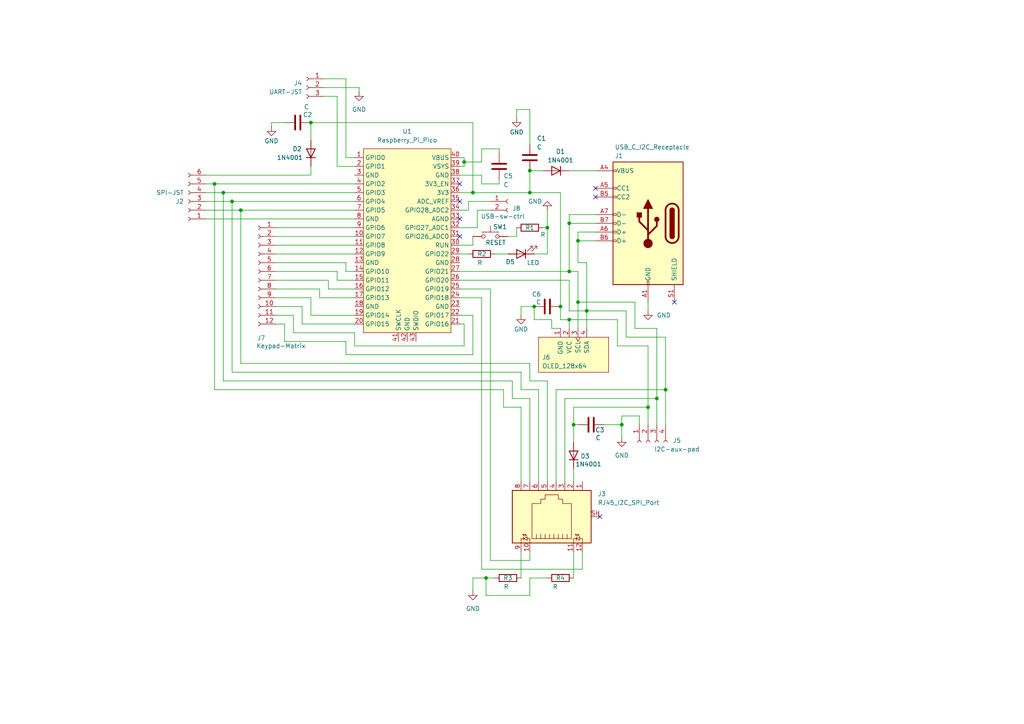
<source format=kicad_sch>
(kicad_sch (version 20231120) (generator "eeschema") (generator_version "8.0")
  (paper "A4")
  (lib_symbols
    (symbol "Connector:Conn_01x02_Socket" (pin_names (offset 1.016) hide)
      (property "Reference" "J" (at 0 2.54 0))
      (property "Value" "Conn_01x02_Socket" (at 0 -5.08 0))
      (symbol "Conn_01x02_Socket_1_1"
        (arc (start 0 -2.032) (mid -0.5058 -2.54) (end 0 -3.048) (stroke (width 0.1524)))
        (polyline (pts (xy -1.27 -2.54) (xy -0.508 -2.54)) (stroke (width 0.1524)))
        (polyline (pts (xy -1.27 0) (xy -0.508 0)) (stroke (width 0.1524)))
        (arc (start 0 0.508) (mid -0.5058 0) (end 0 -0.508) (stroke (width 0.1524)))
        (pin passive line (at -5.08 0 0) (length 3.81) (name "Pin_1") (number "1"))
        (pin passive line (at -5.08 -2.54 0) (length 3.81) (name "Pin_2") (number "2"))
      )
    )
    (symbol "Connector:Conn_01x03_Socket" (pin_names (offset 1.016) hide)
      (property "Reference" "J" (at 0 5.08 0))
      (property "Value" "Conn_01x03_Socket" (at 0 -5.08 0))
      (symbol "Conn_01x03_Socket_1_1"
        (arc (start 0 -2.032) (mid -0.5058 -2.54) (end 0 -3.048) (stroke (width 0.1524)))
        (polyline (pts (xy -1.27 -2.54) (xy -0.508 -2.54)) (stroke (width 0.1524)))
        (polyline (pts (xy -1.27 0) (xy -0.508 0)) (stroke (width 0.1524)))
        (polyline (pts (xy -1.27 2.54) (xy -0.508 2.54)) (stroke (width 0.1524)))
        (arc (start 0 0.508) (mid -0.5058 0) (end 0 -0.508) (stroke (width 0.1524)))
        (arc (start 0 3.048) (mid -0.5058 2.54) (end 0 2.032) (stroke (width 0.1524)))
        (pin passive line (at -5.08 2.54 0) (length 3.81) (name "Pin_1") (number "1"))
        (pin passive line (at -5.08 0 0) (length 3.81) (name "Pin_2") (number "2"))
        (pin passive line (at -5.08 -2.54 0) (length 3.81) (name "Pin_3") (number "3"))
      )
    )
    (symbol "Connector:Conn_01x04_Socket" (pin_names (offset 1.016) hide)
      (property "Reference" "J" (at 0 5.08 0))
      (property "Value" "Conn_01x04_Socket" (at 0 -7.62 0))
      (symbol "Conn_01x04_Socket_1_1"
        (arc (start 0 -4.572) (mid -0.5058 -5.08) (end 0 -5.588) (stroke (width 0.1524)))
        (arc (start 0 -2.032) (mid -0.5058 -2.54) (end 0 -3.048) (stroke (width 0.1524)))
        (polyline (pts (xy -1.27 -5.08) (xy -0.508 -5.08)) (stroke (width 0.1524)))
        (polyline (pts (xy -1.27 -2.54) (xy -0.508 -2.54)) (stroke (width 0.1524)))
        (polyline (pts (xy -1.27 0) (xy -0.508 0)) (stroke (width 0.1524)))
        (polyline (pts (xy -1.27 2.54) (xy -0.508 2.54)) (stroke (width 0.1524)))
        (arc (start 0 0.508) (mid -0.5058 0) (end 0 -0.508) (stroke (width 0.1524)))
        (arc (start 0 3.048) (mid -0.5058 2.54) (end 0 2.032) (stroke (width 0.1524)))
        (pin passive line (at -5.08 2.54 0) (length 3.81) (name "Pin_1") (number "1"))
        (pin passive line (at -5.08 0 0) (length 3.81) (name "Pin_2") (number "2"))
        (pin passive line (at -5.08 -2.54 0) (length 3.81) (name "Pin_3") (number "3"))
        (pin passive line (at -5.08 -5.08 0) (length 3.81) (name "Pin_4") (number "4"))
      )
    )
    (symbol "Connector:Conn_01x06_Socket" (pin_names (offset 1.016) hide)
      (property "Reference" "J" (at 0 7.62 0))
      (property "Value" "Conn_01x06_Socket" (at 0 -10.16 0))
      (symbol "Conn_01x06_Socket_1_1"
        (arc (start 0 -7.112) (mid -0.5058 -7.62) (end 0 -8.128) (stroke (width 0.1524)))
        (arc (start 0 -4.572) (mid -0.5058 -5.08) (end 0 -5.588) (stroke (width 0.1524)))
        (arc (start 0 -2.032) (mid -0.5058 -2.54) (end 0 -3.048) (stroke (width 0.1524)))
        (polyline (pts (xy -1.27 -7.62) (xy -0.508 -7.62)) (stroke (width 0.1524)))
        (polyline (pts (xy -1.27 -5.08) (xy -0.508 -5.08)) (stroke (width 0.1524)))
        (polyline (pts (xy -1.27 -2.54) (xy -0.508 -2.54)) (stroke (width 0.1524)))
        (polyline (pts (xy -1.27 0) (xy -0.508 0)) (stroke (width 0.1524)))
        (polyline (pts (xy -1.27 2.54) (xy -0.508 2.54)) (stroke (width 0.1524)))
        (polyline (pts (xy -1.27 5.08) (xy -0.508 5.08)) (stroke (width 0.1524)))
        (arc (start 0 0.508) (mid -0.5058 0) (end 0 -0.508) (stroke (width 0.1524)))
        (arc (start 0 3.048) (mid -0.5058 2.54) (end 0 2.032) (stroke (width 0.1524)))
        (arc (start 0 5.588) (mid -0.5058 5.08) (end 0 4.572) (stroke (width 0.1524)))
        (pin passive line (at -5.08 5.08 0) (length 3.81) (name "Pin_1") (number "1"))
        (pin passive line (at -5.08 2.54 0) (length 3.81) (name "Pin_2") (number "2"))
        (pin passive line (at -5.08 0 0) (length 3.81) (name "Pin_3") (number "3"))
        (pin passive line (at -5.08 -2.54 0) (length 3.81) (name "Pin_4") (number "4"))
        (pin passive line (at -5.08 -5.08 0) (length 3.81) (name "Pin_5") (number "5"))
        (pin passive line (at -5.08 -7.62 0) (length 3.81) (name "Pin_6") (number "6"))
      )
    )
    (symbol "Connector:Conn_01x12_Socket" (pin_names (offset 1.016) hide)
      (property "Reference" "J" (at 0 15.24 0))
      (property "Value" "Conn_01x12_Socket" (at 0 -17.78 0))
      (symbol "Conn_01x12_Socket_1_1"
        (arc (start 0 -14.732) (mid -0.5058 -15.24) (end 0 -15.748) (stroke (width 0.1524)))
        (arc (start 0 -12.192) (mid -0.5058 -12.7) (end 0 -13.208) (stroke (width 0.1524)))
        (arc (start 0 -9.652) (mid -0.5058 -10.16) (end 0 -10.668) (stroke (width 0.1524)))
        (arc (start 0 -7.112) (mid -0.5058 -7.62) (end 0 -8.128) (stroke (width 0.1524)))
        (arc (start 0 -4.572) (mid -0.5058 -5.08) (end 0 -5.588) (stroke (width 0.1524)))
        (arc (start 0 -2.032) (mid -0.5058 -2.54) (end 0 -3.048) (stroke (width 0.1524)))
        (polyline (pts (xy -1.27 -15.24) (xy -0.508 -15.24)) (stroke (width 0.1524)))
        (polyline (pts (xy -1.27 -12.7) (xy -0.508 -12.7)) (stroke (width 0.1524)))
        (polyline (pts (xy -1.27 -10.16) (xy -0.508 -10.16)) (stroke (width 0.1524)))
        (polyline (pts (xy -1.27 -7.62) (xy -0.508 -7.62)) (stroke (width 0.1524)))
        (polyline (pts (xy -1.27 -5.08) (xy -0.508 -5.08)) (stroke (width 0.1524)))
        (polyline (pts (xy -1.27 -2.54) (xy -0.508 -2.54)) (stroke (width 0.1524)))
        (polyline (pts (xy -1.27 0) (xy -0.508 0)) (stroke (width 0.1524)))
        (polyline (pts (xy -1.27 2.54) (xy -0.508 2.54)) (stroke (width 0.1524)))
        (polyline (pts (xy -1.27 5.08) (xy -0.508 5.08)) (stroke (width 0.1524)))
        (polyline (pts (xy -1.27 7.62) (xy -0.508 7.62)) (stroke (width 0.1524)))
        (polyline (pts (xy -1.27 10.16) (xy -0.508 10.16)) (stroke (width 0.1524)))
        (polyline (pts (xy -1.27 12.7) (xy -0.508 12.7)) (stroke (width 0.1524)))
        (arc (start 0 0.508) (mid -0.5058 0) (end 0 -0.508) (stroke (width 0.1524)))
        (arc (start 0 3.048) (mid -0.5058 2.54) (end 0 2.032) (stroke (width 0.1524)))
        (arc (start 0 5.588) (mid -0.5058 5.08) (end 0 4.572) (stroke (width 0.1524)))
        (arc (start 0 8.128) (mid -0.5058 7.62) (end 0 7.112) (stroke (width 0.1524)))
        (arc (start 0 10.668) (mid -0.5058 10.16) (end 0 9.652) (stroke (width 0.1524)))
        (arc (start 0 13.208) (mid -0.5058 12.7) (end 0 12.192) (stroke (width 0.1524)))
        (pin passive line (at -5.08 12.7 0) (length 3.81) (name "Pin_1") (number "1"))
        (pin passive line (at -5.08 -10.16 0) (length 3.81) (name "Pin_10") (number "10"))
        (pin passive line (at -5.08 -12.7 0) (length 3.81) (name "Pin_11") (number "11"))
        (pin passive line (at -5.08 -15.24 0) (length 3.81) (name "Pin_12") (number "12"))
        (pin passive line (at -5.08 10.16 0) (length 3.81) (name "Pin_2") (number "2"))
        (pin passive line (at -5.08 7.62 0) (length 3.81) (name "Pin_3") (number "3"))
        (pin passive line (at -5.08 5.08 0) (length 3.81) (name "Pin_4") (number "4"))
        (pin passive line (at -5.08 2.54 0) (length 3.81) (name "Pin_5") (number "5"))
        (pin passive line (at -5.08 0 0) (length 3.81) (name "Pin_6") (number "6"))
        (pin passive line (at -5.08 -2.54 0) (length 3.81) (name "Pin_7") (number "7"))
        (pin passive line (at -5.08 -5.08 0) (length 3.81) (name "Pin_8") (number "8"))
        (pin passive line (at -5.08 -7.62 0) (length 3.81) (name "Pin_9") (number "9"))
      )
    )
    (symbol "Connector:RJ45_LED_Shielded" (pin_names (offset 1.016))
      (property "Reference" "J" (at -5.08 13.97 0))
      (property "Value" "RJ45_LED_Shielded" (at 1.27 13.97 0))
      (symbol "RJ45_LED_Shielded_0_1"
        (polyline (pts (xy -7.62 -7.62) (xy -6.35 -7.62)))
        (polyline (pts (xy -7.62 -5.08) (xy -6.35 -5.08)))
        (polyline (pts (xy -7.62 7.62) (xy -6.35 7.62)))
        (polyline (pts (xy -7.62 10.16) (xy -6.35 10.16)))
        (polyline (pts (xy -6.858 -5.842) (xy -5.842 -5.842)))
        (polyline (pts (xy -6.858 9.398) (xy -5.842 9.398)))
        (polyline (pts (xy -6.35 -7.62) (xy -6.35 -6.858)))
        (polyline (pts (xy -6.35 -5.08) (xy -6.35 -5.842)))
        (polyline (pts (xy -6.35 7.62) (xy -6.35 8.382)))
        (polyline (pts (xy -6.35 10.16) (xy -6.35 9.398)))
        (polyline (pts (xy -5.08 -6.223) (xy -5.207 -6.604)))
        (polyline (pts (xy -5.08 -5.588) (xy -5.207 -5.969)))
        (polyline (pts (xy -5.08 4.445) (xy -6.35 4.445)))
        (polyline (pts (xy -5.08 5.715) (xy -6.35 5.715)))
        (polyline (pts (xy -5.08 9.017) (xy -5.207 8.636)))
        (polyline (pts (xy -5.08 9.652) (xy -5.207 9.271)))
        (polyline (pts (xy -6.35 -3.175) (xy -5.08 -3.175) (xy -5.08 -3.175)))
        (polyline (pts (xy -6.35 -1.905) (xy -5.08 -1.905) (xy -5.08 -1.905)))
        (polyline (pts (xy -6.35 -0.635) (xy -5.08 -0.635) (xy -5.08 -0.635)))
        (polyline (pts (xy -6.35 0.635) (xy -5.08 0.635) (xy -5.08 0.635)))
        (polyline (pts (xy -6.35 1.905) (xy -5.08 1.905) (xy -5.08 1.905)))
        (polyline (pts (xy -5.588 -6.731) (xy -5.08 -6.223) (xy -5.461 -6.35)))
        (polyline (pts (xy -5.588 -6.096) (xy -5.08 -5.588) (xy -5.461 -5.715)))
        (polyline (pts (xy -5.588 8.509) (xy -5.08 9.017) (xy -5.461 8.89)))
        (polyline (pts (xy -5.588 9.144) (xy -5.08 9.652) (xy -5.461 9.525)))
        (polyline (pts (xy -5.08 3.175) (xy -6.35 3.175) (xy -6.35 3.175)))
        (polyline (pts (xy -6.35 -5.842) (xy -6.858 -6.858) (xy -5.842 -6.858) (xy -6.35 -5.842)))
        (polyline (pts (xy -6.35 9.398) (xy -6.858 8.382) (xy -5.842 8.382) (xy -6.35 9.398)))
        (polyline (pts (xy -6.35 -4.445) (xy -6.35 6.985) (xy 3.81 6.985) (xy 3.81 4.445) (xy 5.08 4.445) (xy 5.08 3.175) (xy 6.35 3.175) (xy 6.35 -0.635) (xy 5.08 -0.635) (xy 5.08 -1.905) (xy 3.81 -1.905) (xy 3.81 -4.445) (xy -6.35 -4.445) (xy -6.35 -4.445)))
        (rectangle (start 7.62 12.7) (end -7.62 -10.16) (stroke (width 0.254)) (fill (type background)))
      )
      (symbol "RJ45_LED_Shielded_1_1"
        (pin passive line (at 10.16 -7.62 180) (length 2.54) (name "~") (number "1"))
        (pin passive line (at -10.16 7.62 0) (length 2.54) (name "~") (number "10"))
        (pin passive line (at -10.16 -5.08 0) (length 2.54) (name "~") (number "11"))
        (pin passive line (at -10.16 -7.62 0) (length 2.54) (name "~") (number "12"))
        (pin passive line (at 10.16 -5.08 180) (length 2.54) (name "~") (number "2"))
        (pin passive line (at 10.16 -2.54 180) (length 2.54) (name "~") (number "3"))
        (pin passive line (at 10.16 0 180) (length 2.54) (name "~") (number "4"))
        (pin passive line (at 10.16 2.54 180) (length 2.54) (name "~") (number "5"))
        (pin passive line (at 10.16 5.08 180) (length 2.54) (name "~") (number "6"))
        (pin passive line (at 10.16 7.62 180) (length 2.54) (name "~") (number "7"))
        (pin passive line (at 10.16 10.16 180) (length 2.54) (name "~") (number "8"))
        (pin passive line (at -10.16 10.16 0) (length 2.54) (name "~") (number "9"))
        (pin passive line (at 0 -12.7 90) (length 2.54) (name "~") (number "SH"))
      )
    )
    (symbol "Connector:USB_C_Receptacle_USB2.0_14P" (pin_names (offset 1.016))
      (property "Reference" "J" (at 0 22.225 0))
      (property "Value" "USB_C_Receptacle_USB2.0_14P" (at 0 19.685 0))
      (symbol "USB_C_Receptacle_USB2.0_14P_0_0"
        (rectangle (start -0.254 -17.78) (end 0.254 -16.764))
        (rectangle (start 10.16 -4.826) (end 9.144 -5.334))
        (rectangle (start 10.16 -2.286) (end 9.144 -2.794))
        (rectangle (start 10.16 0.254) (end 9.144 -0.254))
        (rectangle (start 10.16 2.794) (end 9.144 2.286))
        (rectangle (start 10.16 7.874) (end 9.144 7.366))
        (rectangle (start 10.16 10.414) (end 9.144 9.906))
        (rectangle (start 10.16 15.494) (end 9.144 14.986))
      )
      (symbol "USB_C_Receptacle_USB2.0_14P_0_1"
        (rectangle (start -10.16 17.78) (end 10.16 -17.78) (stroke (width 0.254)) (fill (type background)))
        (arc (start -8.89 -3.81) (mid -6.985 -5.7067) (end -5.08 -3.81) (stroke (width 0.508)))
        (arc (start -7.62 -3.81) (mid -6.985 -4.4423) (end -6.35 -3.81) (stroke (width 0.254)))
        (arc (start -7.62 -3.81) (mid -6.985 -4.4423) (end -6.35 -3.81) (stroke (width 0.254)) (fill (type outline)))
        (rectangle (start -7.62 -3.81) (end -6.35 3.81) (stroke (width 0.254)) (fill (type outline)))
        (arc (start -6.35 3.81) (mid -6.985 4.4423) (end -7.62 3.81) (stroke (width 0.254)))
        (arc (start -6.35 3.81) (mid -6.985 4.4423) (end -7.62 3.81) (stroke (width 0.254)) (fill (type outline)))
        (arc (start -5.08 3.81) (mid -6.985 5.7067) (end -8.89 3.81) (stroke (width 0.508)))
        (circle (center -2.54 1.143) (radius 0.635) (stroke (width 0.254)) (fill (type outline)))
        (circle (center 0 -5.842) (radius 1.27) (fill (type outline)))
        (polyline (pts (xy -8.89 -3.81) (xy -8.89 3.81)) (stroke (width 0.508)))
        (polyline (pts (xy -5.08 3.81) (xy -5.08 -3.81)) (stroke (width 0.508)))
        (polyline (pts (xy 0 -5.842) (xy 0 4.318)) (stroke (width 0.508)))
        (polyline (pts (xy 0 -3.302) (xy -2.54 -0.762) (xy -2.54 0.508)) (stroke (width 0.508)))
        (polyline (pts (xy 0 -2.032) (xy 2.54 0.508) (xy 2.54 1.778)) (stroke (width 0.508)))
        (polyline (pts (xy -1.27 4.318) (xy 0 6.858) (xy 1.27 4.318) (xy -1.27 4.318)) (stroke (width 0.254)) (fill (type outline)))
        (rectangle (start 1.905 1.778) (end 3.175 3.048) (stroke (width 0.254)) (fill (type outline)))
      )
      (symbol "USB_C_Receptacle_USB2.0_14P_1_1"
        (pin passive line (at 0 -22.86 90) (length 5.08) (name "GND") (number "A1"))
        (pin passive line (at 0 -22.86 90) (length 5.08) hide (name "GND") (number "A12"))
        (pin passive line (at 15.24 15.24 180) (length 5.08) (name "VBUS") (number "A4"))
        (pin bidirectional line (at 15.24 10.16 180) (length 5.08) (name "CC1") (number "A5"))
        (pin bidirectional line (at 15.24 -2.54 180) (length 5.08) (name "D+") (number "A6"))
        (pin bidirectional line (at 15.24 2.54 180) (length 5.08) (name "D-") (number "A7"))
        (pin passive line (at 15.24 15.24 180) (length 5.08) hide (name "VBUS") (number "A9"))
        (pin passive line (at 0 -22.86 90) (length 5.08) hide (name "GND") (number "B1"))
        (pin passive line (at 0 -22.86 90) (length 5.08) hide (name "GND") (number "B12"))
        (pin passive line (at 15.24 15.24 180) (length 5.08) hide (name "VBUS") (number "B4"))
        (pin bidirectional line (at 15.24 7.62 180) (length 5.08) (name "CC2") (number "B5"))
        (pin bidirectional line (at 15.24 -5.08 180) (length 5.08) (name "D+") (number "B6"))
        (pin bidirectional line (at 15.24 0 180) (length 5.08) (name "D-") (number "B7"))
        (pin passive line (at 15.24 15.24 180) (length 5.08) hide (name "VBUS") (number "B9"))
        (pin passive line (at -7.62 -22.86 90) (length 5.08) (name "SHIELD") (number "S1"))
      )
    )
    (symbol "Device:C" (pin_numbers hide) (pin_names (offset 0.254))
      (property "Reference" "C" (at 0.635 2.54 0))
      (property "Value" "C" (at 0.635 -2.54 0))
      (symbol "C_0_1"
        (polyline (pts (xy -2.032 -0.762) (xy 2.032 -0.762)) (stroke (width 0.508)))
        (polyline (pts (xy -2.032 0.762) (xy 2.032 0.762)) (stroke (width 0.508)))
      )
      (symbol "C_1_1"
        (pin passive line (at 0 3.81 270) (length 2.794) (name "~") (number "1"))
        (pin passive line (at 0 -3.81 90) (length 2.794) (name "~") (number "2"))
      )
    )
    (symbol "Device:LED" (pin_numbers hide) (pin_names (offset 1.016) hide)
      (property "Reference" "D" (at 0 2.54 0))
      (property "Value" "LED" (at 0 -2.54 0))
      (symbol "LED_0_1"
        (polyline (pts (xy -1.27 -1.27) (xy -1.27 1.27)) (stroke (width 0.254)))
        (polyline (pts (xy -1.27 0) (xy 1.27 0)))
        (polyline (pts (xy 1.27 -1.27) (xy 1.27 1.27) (xy -1.27 0) (xy 1.27 -1.27)) (stroke (width 0.254)))
        (polyline (pts (xy -3.048 -0.762) (xy -4.572 -2.286) (xy -3.81 -2.286) (xy -4.572 -2.286) (xy -4.572 -1.524)))
        (polyline (pts (xy -1.778 -0.762) (xy -3.302 -2.286) (xy -2.54 -2.286) (xy -3.302 -2.286) (xy -3.302 -1.524)))
      )
      (symbol "LED_1_1"
        (pin passive line (at -3.81 0 0) (length 2.54) (name "K") (number "1"))
        (pin passive line (at 3.81 0 180) (length 2.54) (name "A") (number "2"))
      )
    )
    (symbol "Device:R" (pin_numbers hide) (pin_names (offset 0))
      (property "Reference" "R" (at 2.032 0 90))
      (property "Value" "R" (at 0 0 90))
      (symbol "R_0_1"
        (rectangle (start -1.016 -2.54) (end 1.016 2.54) (stroke (width 0.254)))
      )
      (symbol "R_1_1"
        (pin passive line (at 0 3.81 270) (length 1.27) (name "~") (number "1"))
        (pin passive line (at 0 -3.81 90) (length 1.27) (name "~") (number "2"))
      )
    )
    (symbol "Diode:1N4001" (pin_numbers hide) (pin_names hide)
      (property "Reference" "D" (at 0 2.54 0))
      (property "Value" "1N4001" (at 0 -2.54 0))
      (symbol "1N4001_0_1"
        (polyline (pts (xy -1.27 1.27) (xy -1.27 -1.27)) (stroke (width 0.254)))
        (polyline (pts (xy 1.27 0) (xy -1.27 0)))
        (polyline (pts (xy 1.27 1.27) (xy 1.27 -1.27) (xy -1.27 0) (xy 1.27 1.27)) (stroke (width 0.254)))
      )
      (symbol "1N4001_1_1"
        (pin passive line (at -3.81 0 0) (length 2.54) (name "K") (number "1"))
        (pin passive line (at 3.81 0 180) (length 2.54) (name "A") (number "2"))
      )
    )
    (symbol "ScottoKeebs:MCU_Raspberry_Pi_Pico"
      (property "Reference" "U" (at 0 0 0))
      (property "Value" "Raspberry_Pi_Pico" (at 0 27.94 0))
      (symbol "MCU_Raspberry_Pi_Pico_0_1"
        (rectangle (start -12.7 26.67) (end 12.7 -26.67) (fill (type background)))
      )
      (symbol "MCU_Raspberry_Pi_Pico_1_1"
        (pin bidirectional line (at -15.24 24.13 0) (length 2.54) (name "GPIO0") (number "1"))
        (pin bidirectional line (at -15.24 1.27 0) (length 2.54) (name "GPIO7") (number "10"))
        (pin bidirectional line (at -15.24 -1.27 0) (length 2.54) (name "GPIO8") (number "11"))
        (pin bidirectional line (at -15.24 -3.81 0) (length 2.54) (name "GPIO9") (number "12"))
        (pin power_in line (at -15.24 -6.35 0) (length 2.54) (name "GND") (number "13"))
        (pin bidirectional line (at -15.24 -8.89 0) (length 2.54) (name "GPIO10") (number "14"))
        (pin bidirectional line (at -15.24 -11.43 0) (length 2.54) (name "GPIO11") (number "15"))
        (pin bidirectional line (at -15.24 -13.97 0) (length 2.54) (name "GPIO12") (number "16"))
        (pin bidirectional line (at -15.24 -16.51 0) (length 2.54) (name "GPIO13") (number "17"))
        (pin power_in line (at -15.24 -19.05 0) (length 2.54) (name "GND") (number "18"))
        (pin bidirectional line (at -15.24 -21.59 0) (length 2.54) (name "GPIO14") (number "19"))
        (pin bidirectional line (at -15.24 21.59 0) (length 2.54) (name "GPIO1") (number "2"))
        (pin bidirectional line (at -15.24 -24.13 0) (length 2.54) (name "GPIO15") (number "20"))
        (pin bidirectional line (at 15.24 -24.13 180) (length 2.54) (name "GPIO16") (number "21"))
        (pin bidirectional line (at 15.24 -21.59 180) (length 2.54) (name "GPIO17") (number "22"))
        (pin power_in line (at 15.24 -19.05 180) (length 2.54) (name "GND") (number "23"))
        (pin bidirectional line (at 15.24 -16.51 180) (length 2.54) (name "GPIO18") (number "24"))
        (pin bidirectional line (at 15.24 -13.97 180) (length 2.54) (name "GPIO19") (number "25"))
        (pin bidirectional line (at 15.24 -11.43 180) (length 2.54) (name "GPIO20") (number "26"))
        (pin bidirectional line (at 15.24 -8.89 180) (length 2.54) (name "GPIO21") (number "27"))
        (pin power_in line (at 15.24 -6.35 180) (length 2.54) (name "GND") (number "28"))
        (pin bidirectional line (at 15.24 -3.81 180) (length 2.54) (name "GPIO22") (number "29"))
        (pin power_in line (at -15.24 19.05 0) (length 2.54) (name "GND") (number "3"))
        (pin input line (at 15.24 -1.27 180) (length 2.54) (name "RUN") (number "30"))
        (pin bidirectional line (at 15.24 1.27 180) (length 2.54) (name "GPIO26_ADC0") (number "31"))
        (pin bidirectional line (at 15.24 3.81 180) (length 2.54) (name "GPIO27_ADC1") (number "32"))
        (pin power_in line (at 15.24 6.35 180) (length 2.54) (name "AGND") (number "33"))
        (pin bidirectional line (at 15.24 8.89 180) (length 2.54) (name "GPIO28_ADC2") (number "34"))
        (pin power_in line (at 15.24 11.43 180) (length 2.54) (name "ADC_VREF") (number "35"))
        (pin power_in line (at 15.24 13.97 180) (length 2.54) (name "3V3") (number "36"))
        (pin input line (at 15.24 16.51 180) (length 2.54) (name "3V3_EN") (number "37"))
        (pin bidirectional line (at 15.24 19.05 180) (length 2.54) (name "GND") (number "38"))
        (pin power_in line (at 15.24 21.59 180) (length 2.54) (name "VSYS") (number "39"))
        (pin bidirectional line (at -15.24 16.51 0) (length 2.54) (name "GPIO2") (number "4"))
        (pin power_in line (at 15.24 24.13 180) (length 2.54) (name "VBUS") (number "40"))
        (pin input line (at -2.54 -29.21 90) (length 2.54) (name "SWCLK") (number "41"))
        (pin power_in line (at 0 -29.21 90) (length 2.54) (name "GND") (number "42"))
        (pin bidirectional line (at 2.54 -29.21 90) (length 2.54) (name "SWDIO") (number "43"))
        (pin bidirectional line (at -15.24 13.97 0) (length 2.54) (name "GPIO3") (number "5"))
        (pin bidirectional line (at -15.24 11.43 0) (length 2.54) (name "GPIO4") (number "6"))
        (pin bidirectional line (at -15.24 8.89 0) (length 2.54) (name "GPIO5") (number "7"))
        (pin power_in line (at -15.24 6.35 0) (length 2.54) (name "GND") (number "8"))
        (pin bidirectional line (at -15.24 3.81 0) (length 2.54) (name "GPIO6") (number "9"))
      )
    )
    (symbol "ScottoKeebs:OLED_128x64" (pin_names (offset 1.016))
      (property "Reference" "J" (at 0 -11.43 0))
      (property "Value" "OLED_128x64" (at 0 -7.62 0))
      (symbol "OLED_128x64_0_1"
        (rectangle (start 10.16 -10.16) (end -10.16 0) (fill (type background)))
      )
      (symbol "OLED_128x64_1_1"
        (pin power_in line (at -3.81 2.54 270) (length 2.54) (name "GND") (number "1"))
        (pin power_in line (at -1.27 2.54 270) (length 2.54) (name "VCC") (number "2"))
        (pin input clock (at 1.27 2.54 270) (length 2.54) (name "SCL") (number "3"))
        (pin bidirectional line (at 3.81 2.54 270) (length 2.54) (name "SDA") (number "4"))
      )
    )
    (symbol "Switch:SW_Omron_B3FS" (pin_numbers hide) (pin_names (offset 1.016) hide)
      (property "Reference" "SW" (at 1.27 2.54 0))
      (property "Value" "SW_Omron_B3FS" (at 0 -1.524 0))
      (symbol "SW_Omron_B3FS_0_1"
        (circle (center -2.032 0) (radius 0.508))
        (polyline (pts (xy 0 1.27) (xy 0 3.048)))
        (polyline (pts (xy 2.54 1.27) (xy -2.54 1.27)))
        (circle (center 2.032 0) (radius 0.508))
        (pin passive line (at -5.08 0 0) (length 2.54) (name "1") (number "1"))
        (pin passive line (at 5.08 0 180) (length 2.54) (name "2") (number "2"))
      )
    )
    (symbol "power:GND" (power) (pin_numbers hide) (pin_names (offset 0) hide)
      (property "Value" "GND" (at 0 -3.81 0))
      (symbol "GND_0_1"
        (polyline (pts (xy 0 0) (xy 0 -1.27) (xy 1.27 -1.27) (xy 0 -2.54) (xy -1.27 -1.27) (xy 0 -1.27)))
      )
      (symbol "GND_1_1"
        (pin power_in line (at 0 0 270) (length 0) (name "~") (number "1"))
      )
    )
  )
  (junction (at 137.16 55.88))
  (junction (at 180.34 123.19))
  (junction (at 158.75 66.04))
  (junction (at 190.5 115.57))
  (junction (at 193.04 113.03))
  (junction (at 90.17 35.56))
  (junction (at 187.96 118.11))
  (junction (at 154.94 88.9))
  (junction (at 140.97 167.64))
  (junction (at 162.56 88.9))
  (junction (at 67.31 58.42))
  (junction (at 167.64 69.85))
  (junction (at 165.1 78.74))
  (junction (at 167.64 87.63))
  (junction (at 153.67 55.88))
  (junction (at 165.1 64.77))
  (junction (at 153.67 49.53))
  (junction (at 64.77 55.88))
  (junction (at 62.23 53.34))
  (junction (at 69.85 60.96))
  (junction (at 165.1 92.71))
  (junction (at 166.37 123.19))
  (junction (at 170.18 90.17))
  (junction (at 134.62 46.99))
  (no_connect (at 133.35 63.5))
  (no_connect (at 133.35 58.42))
  (no_connect (at 133.35 53.34))
  (no_connect (at 172.72 57.15))
  (no_connect (at 172.72 54.61))
  (no_connect (at 173.99 149.86))
  (no_connect (at 133.35 68.58))
  (no_connect (at 195.58 87.63))
  (wire (pts (xy 157.48 66.04) (xy 158.75 66.04)))
  (wire (pts (xy 78.74 35.56) (xy 78.74 36.83)))
  (wire (pts (xy 184.15 95.25) (xy 190.5 95.25)))
  (wire (pts (xy 69.85 105.41) (xy 153.67 105.41)))
  (wire (pts (xy 134.62 45.72) (xy 134.62 46.99)))
  (wire (pts (xy 80.01 66.04) (xy 102.87 66.04)))
  (wire (pts (xy 139.7 43.18) (xy 144.78 43.18)))
  (wire (pts (xy 139.7 50.8) (xy 133.35 50.8)))
  (wire (pts (xy 162.56 55.88) (xy 162.56 88.9)))
  (wire (pts (xy 133.35 93.98) (xy 134.62 93.98)))
  (wire (pts (xy 165.1 92.71) (xy 165.1 95.25)))
  (wire (pts (xy 146.05 113.03) (xy 146.05 118.11)))
  (wire (pts (xy 59.69 63.5) (xy 102.87 63.5)))
  (wire (pts (xy 140.97 172.72) (xy 140.97 167.64)))
  (wire (pts (xy 133.35 81.28) (xy 165.1 81.28)))
  (wire (pts (xy 80.01 93.98) (xy 82.55 93.98)))
  (wire (pts (xy 138.43 66.04) (xy 138.43 60.96)))
  (wire (pts (xy 102.87 45.72) (xy 100.33 45.72)))
  (wire (pts (xy 97.79 27.94) (xy 93.98 27.94)))
  (wire (pts (xy 137.16 55.88) (xy 153.67 55.88)))
  (wire (pts (xy 102.87 93.98) (xy 87.63 93.98)))
  (wire (pts (xy 187.96 100.33) (xy 179.07 100.33)))
  (wire (pts (xy 167.64 87.63) (xy 184.15 87.63)))
  (wire (pts (xy 153.67 31.75) (xy 149.86 31.75)))
  (wire (pts (xy 137.16 35.56) (xy 137.16 55.88)))
  (wire (pts (xy 80.01 68.58) (xy 102.87 68.58)))
  (wire (pts (xy 167.64 78.74) (xy 167.64 87.63)))
  (wire (pts (xy 137.16 91.44) (xy 133.35 91.44)))
  (wire (pts (xy 185.42 120.65) (xy 180.34 120.65)))
  (wire (pts (xy 170.18 76.2) (xy 170.18 90.17)))
  (wire (pts (xy 67.31 58.42) (xy 67.31 107.95)))
  (wire (pts (xy 161.29 113.03) (xy 193.04 113.03)))
  (wire (pts (xy 133.35 73.66) (xy 135.89 73.66)))
  (wire (pts (xy 133.35 83.82) (xy 142.24 83.82)))
  (wire (pts (xy 165.1 78.74) (xy 167.64 78.74)))
  (wire (pts (xy 181.61 90.17) (xy 181.61 97.79)))
  (wire (pts (xy 100.33 99.06) (xy 100.33 102.87)))
  (wire (pts (xy 80.01 76.2) (xy 100.33 76.2)))
  (wire (pts (xy 180.34 120.65) (xy 180.34 123.19)))
  (wire (pts (xy 170.18 90.17) (xy 170.18 95.25)))
  (wire (pts (xy 82.55 35.56) (xy 78.74 35.56)))
  (wire (pts (xy 62.23 53.34) (xy 102.87 53.34)))
  (wire (pts (xy 179.07 92.71) (xy 165.1 92.71)))
  (wire (pts (xy 142.24 83.82) (xy 142.24 162.56)))
  (wire (pts (xy 153.67 115.57) (xy 153.67 139.7)))
  (wire (pts (xy 102.87 86.36) (xy 92.71 86.36)))
  (wire (pts (xy 134.62 93.98) (xy 134.62 100.33)))
  (wire (pts (xy 162.56 95.25) (xy 160.02 95.25)))
  (wire (pts (xy 151.13 118.11) (xy 151.13 139.7)))
  (wire (pts (xy 190.5 95.25) (xy 190.5 115.57)))
  (wire (pts (xy 133.35 55.88) (xy 137.16 55.88)))
  (wire (pts (xy 167.64 69.85) (xy 172.72 69.85)))
  (wire (pts (xy 144.78 53.34) (xy 139.7 53.34)))
  (wire (pts (xy 184.15 87.63) (xy 184.15 95.25)))
  (wire (pts (xy 59.69 58.42) (xy 67.31 58.42)))
  (wire (pts (xy 151.13 107.95) (xy 151.13 113.03)))
  (wire (pts (xy 167.64 87.63) (xy 167.64 95.25)))
  (wire (pts (xy 158.75 73.66) (xy 158.75 66.04)))
  (wire (pts (xy 166.37 123.19) (xy 167.64 123.19)))
  (wire (pts (xy 59.69 60.96) (xy 69.85 60.96)))
  (wire (pts (xy 165.1 81.28) (xy 165.1 90.17)))
  (wire (pts (xy 153.67 172.72) (xy 140.97 172.72)))
  (wire (pts (xy 67.31 107.95) (xy 151.13 107.95)))
  (wire (pts (xy 146.05 118.11) (xy 151.13 118.11)))
  (wire (pts (xy 80.01 88.9) (xy 87.63 88.9)))
  (wire (pts (xy 102.87 81.28) (xy 97.79 81.28)))
  (wire (pts (xy 137.16 71.12) (xy 137.16 68.58)))
  (wire (pts (xy 142.24 162.56) (xy 153.67 162.56)))
  (wire (pts (xy 135.89 58.42) (xy 142.24 58.42)))
  (wire (pts (xy 82.55 93.98) (xy 82.55 99.06)))
  (wire (pts (xy 85.09 96.52) (xy 85.09 91.44)))
  (wire (pts (xy 149.86 66.04) (xy 149.86 68.58)))
  (wire (pts (xy 175.26 123.19) (xy 180.34 123.19)))
  (wire (pts (xy 133.35 71.12) (xy 137.16 71.12)))
  (wire (pts (xy 137.16 167.64) (xy 137.16 171.45)))
  (wire (pts (xy 102.87 91.44) (xy 90.17 91.44)))
  (wire (pts (xy 144.78 52.07) (xy 144.78 53.34)))
  (wire (pts (xy 102.87 48.26) (xy 97.79 48.26)))
  (wire (pts (xy 154.94 92.71) (xy 154.94 88.9)))
  (wire (pts (xy 166.37 135.89) (xy 166.37 139.7)))
  (wire (pts (xy 93.98 25.4) (xy 104.14 25.4)))
  (wire (pts (xy 143.51 73.66) (xy 147.32 73.66)))
  (wire (pts (xy 156.21 113.03) (xy 156.21 139.7)))
  (wire (pts (xy 104.14 25.4) (xy 104.14 26.67)))
  (wire (pts (xy 93.98 22.86) (xy 100.33 22.86)))
  (wire (pts (xy 151.13 88.9) (xy 151.13 91.44)))
  (wire (pts (xy 165.1 64.77) (xy 165.1 62.23)))
  (wire (pts (xy 133.35 78.74) (xy 165.1 78.74)))
  (wire (pts (xy 166.37 118.11) (xy 166.37 123.19)))
  (wire (pts (xy 67.31 58.42) (xy 102.87 58.42)))
  (wire (pts (xy 62.23 113.03) (xy 146.05 113.03)))
  (wire (pts (xy 187.96 87.63) (xy 187.96 90.17)))
  (wire (pts (xy 137.16 102.87) (xy 137.16 91.44)))
  (wire (pts (xy 59.69 50.8) (xy 90.17 50.8)))
  (wire (pts (xy 167.64 69.85) (xy 167.64 76.2)))
  (wire (pts (xy 153.67 167.64) (xy 153.67 172.72)))
  (wire (pts (xy 162.56 88.9) (xy 162.56 92.71)))
  (wire (pts (xy 163.83 115.57) (xy 163.83 139.7)))
  (wire (pts (xy 166.37 123.19) (xy 166.37 128.27)))
  (wire (pts (xy 80.01 78.74) (xy 97.79 78.74)))
  (wire (pts (xy 133.35 45.72) (xy 134.62 45.72)))
  (wire (pts (xy 80.01 73.66) (xy 102.87 73.66)))
  (wire (pts (xy 166.37 160.02) (xy 166.37 167.64)))
  (wire (pts (xy 139.7 53.34) (xy 139.7 50.8)))
  (wire (pts (xy 193.04 97.79) (xy 193.04 113.03)))
  (wire (pts (xy 149.86 31.75) (xy 149.86 34.29)))
  (wire (pts (xy 133.35 66.04) (xy 138.43 66.04)))
  (wire (pts (xy 80.01 86.36) (xy 90.17 86.36)))
  (wire (pts (xy 64.77 55.88) (xy 102.87 55.88)))
  (wire (pts (xy 92.71 86.36) (xy 92.71 83.82)))
  (wire (pts (xy 87.63 93.98) (xy 87.63 88.9)))
  (wire (pts (xy 80.01 83.82) (xy 92.71 83.82)))
  (wire (pts (xy 165.1 64.77) (xy 165.1 78.74)))
  (wire (pts (xy 90.17 91.44) (xy 90.17 86.36)))
  (wire (pts (xy 170.18 76.2) (xy 167.64 76.2)))
  (wire (pts (xy 153.67 105.41) (xy 153.67 110.49)))
  (wire (pts (xy 158.75 66.04) (xy 158.75 60.96)))
  (wire (pts (xy 153.67 110.49) (xy 158.75 110.49)))
  (wire (pts (xy 180.34 123.19) (xy 180.34 127)))
  (wire (pts (xy 64.77 110.49) (xy 148.59 110.49)))
  (wire (pts (xy 95.25 83.82) (xy 95.25 81.28)))
  (wire (pts (xy 137.16 167.64) (xy 140.97 167.64)))
  (wire (pts (xy 151.13 160.02) (xy 151.13 167.64)))
  (wire (pts (xy 134.62 100.33) (xy 102.87 100.33)))
  (wire (pts (xy 165.1 90.17) (xy 170.18 90.17)))
  (wire (pts (xy 167.64 67.31) (xy 167.64 69.85)))
  (wire (pts (xy 165.1 62.23) (xy 172.72 62.23)))
  (wire (pts (xy 151.13 113.03) (xy 156.21 113.03)))
  (wire (pts (xy 154.94 73.66) (xy 158.75 73.66)))
  (wire (pts (xy 144.78 43.18) (xy 144.78 44.45)))
  (wire (pts (xy 153.67 49.53) (xy 157.48 49.53)))
  (wire (pts (xy 90.17 48.26) (xy 90.17 50.8)))
  (wire (pts (xy 139.7 165.1) (xy 168.91 165.1)))
  (wire (pts (xy 162.56 92.71) (xy 165.1 92.71)))
  (wire (pts (xy 139.7 86.36) (xy 139.7 165.1)))
  (wire (pts (xy 133.35 86.36) (xy 139.7 86.36)))
  (wire (pts (xy 170.18 90.17) (xy 181.61 90.17)))
  (wire (pts (xy 64.77 55.88) (xy 64.77 110.49)))
  (wire (pts (xy 165.1 49.53) (xy 172.72 49.53)))
  (wire (pts (xy 134.62 46.99) (xy 134.62 48.26)))
  (wire (pts (xy 135.89 60.96) (xy 135.89 58.42)))
  (wire (pts (xy 97.79 81.28) (xy 97.79 78.74)))
  (wire (pts (xy 160.02 95.25) (xy 160.02 92.71)))
  (wire (pts (xy 154.94 88.9) (xy 151.13 88.9)))
  (wire (pts (xy 147.32 68.58) (xy 149.86 68.58)))
  (wire (pts (xy 102.87 100.33) (xy 102.87 96.52)))
  (wire (pts (xy 59.69 53.34) (xy 62.23 53.34)))
  (wire (pts (xy 134.62 48.26) (xy 133.35 48.26)))
  (wire (pts (xy 165.1 64.77) (xy 172.72 64.77)))
  (wire (pts (xy 187.96 118.11) (xy 166.37 118.11)))
  (wire (pts (xy 102.87 78.74) (xy 100.33 78.74)))
  (wire (pts (xy 158.75 110.49) (xy 158.75 139.7)))
  (wire (pts (xy 148.59 115.57) (xy 153.67 115.57)))
  (wire (pts (xy 153.67 55.88) (xy 153.67 49.53)))
  (wire (pts (xy 97.79 48.26) (xy 97.79 27.94)))
  (wire (pts (xy 69.85 60.96) (xy 102.87 60.96)))
  (wire (pts (xy 139.7 43.18) (xy 139.7 46.99)))
  (wire (pts (xy 160.02 92.71) (xy 154.94 92.71)))
  (wire (pts (xy 80.01 81.28) (xy 95.25 81.28)))
  (wire (pts (xy 59.69 55.88) (xy 64.77 55.88)))
  (wire (pts (xy 133.35 60.96) (xy 135.89 60.96)))
  (wire (pts (xy 82.55 99.06) (xy 100.33 99.06)))
  (wire (pts (xy 168.91 165.1) (xy 168.91 160.02)))
  (wire (pts (xy 162.56 55.88) (xy 153.67 55.88)))
  (wire (pts (xy 102.87 96.52) (xy 85.09 96.52)))
  (wire (pts (xy 143.51 167.64) (xy 140.97 167.64)))
  (wire (pts (xy 148.59 110.49) (xy 148.59 115.57)))
  (wire (pts (xy 161.29 113.03) (xy 161.29 139.7)))
  (wire (pts (xy 187.96 100.33) (xy 187.96 118.11)))
  (wire (pts (xy 158.75 167.64) (xy 153.67 167.64)))
  (wire (pts (xy 100.33 102.87) (xy 137.16 102.87)))
  (wire (pts (xy 90.17 35.56) (xy 137.16 35.56)))
  (wire (pts (xy 190.5 115.57) (xy 190.5 123.19)))
  (wire (pts (xy 80.01 71.12) (xy 102.87 71.12)))
  (wire (pts (xy 153.67 41.91) (xy 153.67 31.75)))
  (wire (pts (xy 69.85 60.96) (xy 69.85 105.41)))
  (wire (pts (xy 62.23 53.34) (xy 62.23 113.03)))
  (wire (pts (xy 153.67 162.56) (xy 153.67 160.02)))
  (wire (pts (xy 90.17 35.56) (xy 90.17 40.64)))
  (wire (pts (xy 179.07 100.33) (xy 179.07 92.71)))
  (wire (pts (xy 187.96 118.11) (xy 187.96 123.19)))
  (wire (pts (xy 167.64 67.31) (xy 172.72 67.31)))
  (wire (pts (xy 134.62 46.99) (xy 139.7 46.99)))
  (wire (pts (xy 163.83 115.57) (xy 190.5 115.57)))
  (wire (pts (xy 80.01 91.44) (xy 85.09 91.44)))
  (wire (pts (xy 185.42 123.19) (xy 185.42 120.65)))
  (wire (pts (xy 181.61 97.79) (xy 193.04 97.79)))
  (wire (pts (xy 100.33 45.72) (xy 100.33 22.86)))
  (wire (pts (xy 193.04 113.03) (xy 193.04 123.19)))
  (wire (pts (xy 138.43 60.96) (xy 142.24 60.96)))
  (wire (pts (xy 100.33 78.74) (xy 100.33 76.2)))
  (wire (pts (xy 102.87 83.82) (xy 95.25 83.82)))
  (symbol (lib_id "Connector:Conn_01x02_Socket") (at 147.32 58.42 0) (unit 1)
    (property "Reference" "J8" (at 148.59 60.452 0) (effects (justify left)))
    (property "Value" "USB-sw-ctrl" (at 139.446 62.738 0) (effects (justify left)))
    (property "Description" "Generic connector, single row, 01x02, script generated" (effects (hide yes)))
  )
  (symbol (lib_id "Device:R") (at 139.7 73.66 270) (unit 1)
    (property "Reference" "R2" (at 138.43 73.66 90) (effects (justify left)))
    (property "Value" "R" (at 138.43 76.2 90) (effects (justify left)))
    (property "Description" "Resistor" (effects (hide yes)))
  )
  (symbol (lib_id "power:GND") (at 78.74 36.83 0) (unit 1)
    (property "Reference" "#PWR02" (effects (hide yes)))
    (property "Value" "GND" (at 78.74 40.894 0))
    (property "Description" "Power symbol creates a global label with name \"GND\" , ground" (effects (hide yes)))
  )
  (symbol (lib_id "Diode:1N4001") (at 166.37 132.08 270) (mirror x) (unit 1)
    (property "Reference" "D3" (at 169.672 132.334 90))
    (property "Value" "1N4001" (at 170.688 134.62 90))
    (property "Footprint" "Diode_THT:D_DO-41_SOD81_P10.16mm_Horizontal" (effects (hide yes)))
    (property "Datasheet" "http://www.vishay.com/docs/88503/1n4001.pdf" (effects (hide yes)))
    (property "Description" "50V 1A General Purpose Rectifier Diode, DO-41" (effects (hide yes)))
    (property "Sim.Device" "D" (effects (hide yes)))
    (property "Sim.Pins" "1=K 2=A" (effects (hide yes)))
  )
  (symbol (lib_id "Device:R") (at 162.56 167.64 90) (unit 1)
    (property "Reference" "R4" (at 162.56 167.64 90))
    (property "Value" "R" (at 161.036 170.18 90))
    (property "Description" "Resistor" (effects (hide yes)))
  )
  (symbol (lib_id "Device:C") (at 86.36 35.56 270) (unit 1)
    (property "Reference" "C2" (at 87.884 33.274 90) (effects (justify left)))
    (property "Value" "C" (at 88.138 30.988 90) (effects (justify left)))
    (property "Description" "Unpolarized capacitor" (effects (hide yes)))
  )
  (symbol (lib_id "power:GND") (at 151.13 91.44 0) (unit 1)
    (property "Reference" "#PWR04" (effects (hide yes)))
    (property "Value" "GND" (at 151.13 95.504 0))
    (property "Description" "Power symbol creates a global label with name \"GND\" , ground" (effects (hide yes)))
  )
  (symbol (lib_id "Device:C") (at 153.67 45.72 180) (unit 1)
    (property "Reference" "C1" (at 155.702 40.132 0) (effects (justify right)))
    (property "Value" "C" (at 155.702 42.672 0) (effects (justify right)))
    (property "Description" "Unpolarized capacitor" (effects (hide yes)))
  )
  (symbol (lib_id "power:GND") (at 104.14 26.67 0) (unit 1)
    (property "Reference" "#PWR01" (effects (hide yes)))
    (property "Value" "GND" (at 104.14 31.75 0))
    (property "Description" "Power symbol creates a global label with name \"GND\" , ground" (effects (hide yes)))
  )
  (symbol (lib_id "Device:LED") (at 151.13 73.66 180) (unit 1)
    (property "Reference" "D5" (at 149.352 75.946 0) (effects (justify left)))
    (property "Value" "LED" (at 156.464 76.2 0) (effects (justify left)))
    (property "Description" "Light emitting diode" (effects (hide yes)))
  )
  (symbol (lib_id "Diode:1N4001") (at 90.17 44.45 90) (unit 1)
    (property "Reference" "D2" (at 84.836 43.18 90) (effects (justify right)))
    (property "Value" "1N4001" (at 80.264 45.72 90) (effects (justify right)))
    (property "Footprint" "Diode_THT:D_DO-41_SOD81_P10.16mm_Horizontal" (effects (hide yes)))
    (property "Datasheet" "http://www.vishay.com/docs/88503/1n4001.pdf" (effects (hide yes)))
    (property "Description" "50V 1A General Purpose Rectifier Diode, DO-41" (effects (hide yes)))
    (property "Sim.Device" "D" (effects (hide yes)))
    (property "Sim.Pins" "1=K 2=A" (effects (hide yes)))
  )
  (symbol (lib_id "Device:R") (at 147.32 167.64 270) (unit 1)
    (property "Reference" "R3" (at 147.32 167.64 90))
    (property "Value" "R" (at 146.812 170.18 90))
    (property "Description" "Resistor" (effects (hide yes)))
  )
  (symbol (lib_id "ScottoKeebs:MCU_Raspberry_Pi_Pico") (at 118.11 69.85 0) (unit 1)
    (property "Reference" "U1" (at 118.11 38.1 0))
    (property "Value" "Raspberry_Pi_Pico" (at 118.11 40.64 0))
    (property "Footprint" "ScottoKeebs_MCU:Raspberry_Pi_Pico" (effects (hide yes)))
  )
  (symbol (lib_id "Device:C") (at 158.75 88.9 270) (unit 1)
    (property "Reference" "C6" (at 156.972 85.344 90) (effects (justify right)))
    (property "Value" "C" (at 156.972 87.63 90) (effects (justify right)))
    (property "Description" "Unpolarized capacitor" (effects (hide yes)))
  )
  (symbol (lib_id "power:GND") (at 137.16 171.45 0) (unit 1)
    (property "Reference" "#PWR08" (effects (hide yes)))
    (property "Value" "GND" (at 137.16 176.53 0))
    (property "Description" "Power symbol creates a global label with name \"GND\" , ground" (effects (hide yes)))
  )
  (symbol (lib_id "ScottoKeebs:OLED_128x64") (at 166.37 97.79 0) (unit 1)
    (property "Reference" "J6" (at 157.226 103.632 0) (effects (justify left)))
    (property "Value" "OLED_128x64" (at 157.226 106.172 0) (effects (justify left)))
    (property "Footprint" "ScottoKeebs_Components:OLED_128x64" (effects (hide yes)))
  )
  (symbol (lib_id "Connector:Conn_01x04_Socket") (at 187.96 128.27 90) (mirror x) (unit 1)
    (property "Reference" "J5" (at 196.342 127.762 90))
    (property "Value" "I2C-aux-pad" (at 196.342 130.302 90))
    (property "Description" "Generic connector, single row, 01x04, script generated" (effects (hide yes)))
  )
  (symbol (lib_id "Device:C") (at 171.45 123.19 270) (unit 1)
    (property "Reference" "C3" (at 173.99 124.714 90))
    (property "Value" "C" (at 173.482 127 90))
    (property "Description" "Unpolarized capacitor" (effects (hide yes)))
  )
  (symbol (lib_id "Device:C") (at 144.78 48.26 0) (unit 1)
    (property "Reference" "C5" (at 146.05 51.054 0) (effects (justify left)))
    (property "Value" "C" (at 146.05 53.594 0) (effects (justify left)))
    (property "Description" "Unpolarized capacitor" (effects (hide yes)))
  )
  (symbol (lib_id "Switch:SW_Omron_B3FS") (at 142.24 68.58 0) (unit 1)
    (property "Reference" "SW1" (at 145.034 65.786 0))
    (property "Value" "RESET" (at 143.764 70.358 0))
    (property "Datasheet" "https://omronfs.omron.com/en_US/ecb/products/pdf/en-b3fs.pdf" (effects (hide yes)))
    (property "Description" "Omron B3FS 6x6mm single pole normally-open tactile switch" (effects (hide yes)))
  )
  (symbol (lib_id "Device:R") (at 153.67 66.04 90) (unit 1)
    (property "Reference" "R1" (at 153.67 66.04 90))
    (property "Value" "R" (at 157.48 68.072 90))
    (property "Description" "Resistor" (effects (hide yes)))
  )
  (symbol (lib_id "power:GND") (at 187.96 90.17 0) (unit 1)
    (property "Reference" "#PWR06" (effects (hide yes)))
    (property "Value" "GND" (at 192.532 91.44 0))
    (property "Description" "Power symbol creates a global label with name \"GND\" , ground" (effects (hide yes)))
  )
  (symbol (lib_id "Connector:Conn_01x03_Socket") (at 88.9 25.4 0) (mirror y) (unit 1)
    (property "Reference" "J4" (at 87.63 24.1299 0) (effects (justify left)))
    (property "Value" "UART-JST" (at 87.63 26.6699 0) (effects (justify left)))
    (property "Description" "Generic connector, single row, 01x03, script generated" (effects (hide yes)))
  )
  (symbol (lib_id "power:GND") (at 149.86 34.29 0) (unit 1)
    (property "Reference" "#PWR03" (effects (hide yes)))
    (property "Value" "GND" (at 149.86 38.354 0))
    (property "Description" "Power symbol creates a global label with name \"GND\" , ground" (effects (hide yes)))
  )
  (symbol (lib_id "Connector:RJ45_LED_Shielded") (at 161.29 149.86 90) (unit 1)
    (property "Reference" "J3" (at 175.768 143.256 90) (effects (justify left)))
    (property "Value" "RJ45_I2C_SPI_Port" (at 191.262 145.796 90) (effects (justify left)))
    (property "Description" "RJ connector, 8P8C (8 positions 8 connected), two LEDs, Shielded" (effects (hide yes)))
  )
  (symbol (lib_id "power:GND") (at 158.75 60.96 180) (unit 1)
    (property "Reference" "#PWR07" (effects (hide yes)))
    (property "Value" "GND" (at 155.194 58.42 0))
    (property "Description" "Power symbol creates a global label with name \"GND\" , ground" (effects (hide yes)))
  )
  (symbol (lib_id "power:GND") (at 180.34 127 0) (unit 1)
    (property "Reference" "#PWR05" (effects (hide yes)))
    (property "Value" "GND" (at 180.34 132.08 0))
    (property "Description" "Power symbol creates a global label with name \"GND\" , ground" (effects (hide yes)))
  )
  (symbol (lib_id "Connector:Conn_01x12_Socket") (at 74.93 78.74 0) (mirror y) (unit 1)
    (property "Reference" "J7" (at 76.962 98.044 0) (effects (justify left)))
    (property "Value" "Keypad-Matrix" (at 88.646 100.33 0) (effects (justify left)))
    (property "Description" "Generic connector, single row, 01x12, script generated" (effects (hide yes)))
  )
  (symbol (lib_id "Diode:1N4001") (at 161.29 49.53 0) (mirror y) (unit 1)
    (property "Reference" "D1" (at 162.56 43.942 0))
    (property "Value" "1N4001" (at 162.56 46.482 0))
    (property "Footprint" "Diode_THT:D_DO-41_SOD81_P10.16mm_Horizontal" (effects (hide yes)))
    (property "Datasheet" "http://www.vishay.com/docs/88503/1n4001.pdf" (effects (hide yes)))
    (property "Description" "50V 1A General Purpose Rectifier Diode, DO-41" (effects (hide yes)))
    (property "Sim.Device" "D" (effects (hide yes)))
    (property "Sim.Pins" "1=K 2=A" (effects (hide yes)))
  )
  (symbol (lib_id "Connector:Conn_01x06_Socket") (at 54.61 58.42 180) (unit 1)
    (property "Reference" "J2" (at 53.34 58.42 0) (effects (justify left)))
    (property "Value" "SPI-JST" (at 53.34 55.8801 0) (effects (justify left)))
    (property "Description" "Generic connector, single row, 01x06, script generated" (effects (hide yes)))
  )
  (symbol (lib_id "Connector:USB_C_Receptacle_USB2.0_14P") (at 187.96 64.77 0) (mirror y) (unit 1)
    (property "Reference" "J1" (at 178.308 45.212 0) (effects (justify right)))
    (property "Value" "USB_C_I2C_Receptacle" (at 178.308 42.672 0) (effects (justify right)))
    (property "Datasheet" "https://www.usb.org/sites/default/files/documents/usb_type-c.zip" (effects (hide yes)))
    (property "Description" "USB 2.0-only 14P Type-C Receptacle connector" (effects (hide yes)))
  )
)
</source>
